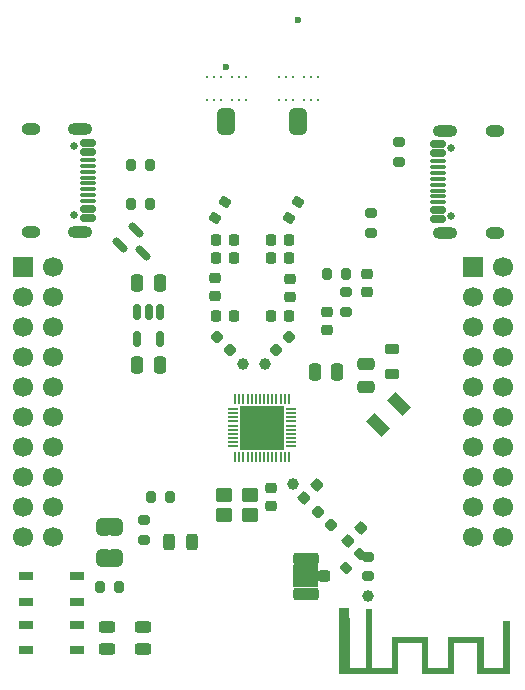
<source format=gts>
%TF.GenerationSoftware,KiCad,Pcbnew,9.0.7*%
%TF.CreationDate,2026-02-02T18:05:57+06:00*%
%TF.ProjectId,ch585_dev,63683538-355f-4646-9576-2e6b69636164,rev?*%
%TF.SameCoordinates,Original*%
%TF.FileFunction,Soldermask,Top*%
%TF.FilePolarity,Negative*%
%FSLAX46Y46*%
G04 Gerber Fmt 4.6, Leading zero omitted, Abs format (unit mm)*
G04 Created by KiCad (PCBNEW 9.0.7) date 2026-02-02 18:05:57*
%MOMM*%
%LPD*%
G01*
G04 APERTURE LIST*
G04 Aperture macros list*
%AMRoundRect*
0 Rectangle with rounded corners*
0 $1 Rounding radius*
0 $2 $3 $4 $5 $6 $7 $8 $9 X,Y pos of 4 corners*
0 Add a 4 corners polygon primitive as box body*
4,1,4,$2,$3,$4,$5,$6,$7,$8,$9,$2,$3,0*
0 Add four circle primitives for the rounded corners*
1,1,$1+$1,$2,$3*
1,1,$1+$1,$4,$5*
1,1,$1+$1,$6,$7*
1,1,$1+$1,$8,$9*
0 Add four rect primitives between the rounded corners*
20,1,$1+$1,$2,$3,$4,$5,0*
20,1,$1+$1,$4,$5,$6,$7,0*
20,1,$1+$1,$6,$7,$8,$9,0*
20,1,$1+$1,$8,$9,$2,$3,0*%
%AMRotRect*
0 Rectangle, with rotation*
0 The origin of the aperture is its center*
0 $1 length*
0 $2 width*
0 $3 Rotation angle, in degrees counterclockwise*
0 Add horizontal line*
21,1,$1,$2,0,0,$3*%
%AMFreePoly0*
4,1,23,0.500000,-0.750000,0.000000,-0.750000,0.000000,-0.745722,-0.065263,-0.745722,-0.191342,-0.711940,-0.304381,-0.646677,-0.396677,-0.554381,-0.461940,-0.441342,-0.495722,-0.315263,-0.495722,-0.250000,-0.500000,-0.250000,-0.500000,0.250000,-0.495722,0.250000,-0.495722,0.315263,-0.461940,0.441342,-0.396677,0.554381,-0.304381,0.646677,-0.191342,0.711940,-0.065263,0.745722,0.000000,0.745722,
0.000000,0.750000,0.500000,0.750000,0.500000,-0.750000,0.500000,-0.750000,$1*%
%AMFreePoly1*
4,1,23,0.000000,0.745722,0.065263,0.745722,0.191342,0.711940,0.304381,0.646677,0.396677,0.554381,0.461940,0.441342,0.495722,0.315263,0.495722,0.250000,0.500000,0.250000,0.500000,-0.250000,0.495722,-0.250000,0.495722,-0.315263,0.461940,-0.441342,0.396677,-0.554381,0.304381,-0.646677,0.191342,-0.711940,0.065263,-0.745722,0.000000,-0.745722,0.000000,-0.750000,-0.500000,-0.750000,
-0.500000,0.750000,0.000000,0.750000,0.000000,0.745722,0.000000,0.745722,$1*%
G04 Aperture macros list end*
%ADD10C,0.100000*%
%ADD11RoundRect,0.225000X-0.250000X0.225000X-0.250000X-0.225000X0.250000X-0.225000X0.250000X0.225000X0*%
%ADD12FreePoly0,0.000000*%
%ADD13FreePoly1,0.000000*%
%ADD14RoundRect,0.200000X0.275000X-0.200000X0.275000X0.200000X-0.275000X0.200000X-0.275000X-0.200000X0*%
%ADD15RoundRect,0.200000X-0.275000X0.200000X-0.275000X-0.200000X0.275000X-0.200000X0.275000X0.200000X0*%
%ADD16RoundRect,0.200000X0.138157X-0.310705X0.338157X0.035705X-0.138157X0.310705X-0.338157X-0.035705X0*%
%ADD17RoundRect,0.225000X0.225000X0.250000X-0.225000X0.250000X-0.225000X-0.250000X0.225000X-0.250000X0*%
%ADD18R,1.200000X0.650000*%
%ADD19RoundRect,0.200000X0.200000X0.275000X-0.200000X0.275000X-0.200000X-0.275000X0.200000X-0.275000X0*%
%ADD20C,0.300000*%
%ADD21RoundRect,0.200000X-0.200000X-0.275000X0.200000X-0.275000X0.200000X0.275000X-0.200000X0.275000X0*%
%ADD22R,1.700000X1.700000*%
%ADD23C,1.700000*%
%ADD24C,1.000000*%
%ADD25RoundRect,0.250000X0.250000X0.475000X-0.250000X0.475000X-0.250000X-0.475000X0.250000X-0.475000X0*%
%ADD26RoundRect,0.225000X0.250000X-0.225000X0.250000X0.225000X-0.250000X0.225000X-0.250000X-0.225000X0*%
%ADD27RoundRect,0.150000X-0.521491X0.309359X0.309359X-0.521491X0.521491X-0.309359X-0.309359X0.521491X0*%
%ADD28C,0.600000*%
%ADD29RoundRect,0.243750X0.243750X0.456250X-0.243750X0.456250X-0.243750X-0.456250X0.243750X-0.456250X0*%
%ADD30RoundRect,0.225000X0.017678X-0.335876X0.335876X-0.017678X-0.017678X0.335876X-0.335876X0.017678X0*%
%ADD31RoundRect,0.250000X-0.475000X0.250000X-0.475000X-0.250000X0.475000X-0.250000X0.475000X0.250000X0*%
%ADD32RoundRect,0.250000X0.275000X0.250000X-0.275000X0.250000X-0.275000X-0.250000X0.275000X-0.250000X0*%
%ADD33RoundRect,0.250000X0.850000X0.275000X-0.850000X0.275000X-0.850000X-0.275000X0.850000X-0.275000X0*%
%ADD34RoundRect,0.150000X-0.150000X0.512500X-0.150000X-0.512500X0.150000X-0.512500X0.150000X0.512500X0*%
%ADD35RoundRect,0.250000X0.450000X0.350000X-0.450000X0.350000X-0.450000X-0.350000X0.450000X-0.350000X0*%
%ADD36C,0.650000*%
%ADD37RoundRect,0.150000X-0.500000X0.150000X-0.500000X-0.150000X0.500000X-0.150000X0.500000X0.150000X0*%
%ADD38RoundRect,0.075000X-0.575000X0.075000X-0.575000X-0.075000X0.575000X-0.075000X0.575000X0.075000X0*%
%ADD39O,2.100000X1.000000*%
%ADD40O,1.600000X1.000000*%
%ADD41RoundRect,0.218750X0.026517X-0.335876X0.335876X-0.026517X-0.026517X0.335876X-0.335876X0.026517X0*%
%ADD42RotRect,1.000000X1.800000X225.000000*%
%ADD43FreePoly0,180.000000*%
%ADD44FreePoly1,180.000000*%
%ADD45RoundRect,0.243750X0.456250X-0.243750X0.456250X0.243750X-0.456250X0.243750X-0.456250X-0.243750X0*%
%ADD46RoundRect,0.050000X-0.050000X0.350000X-0.050000X-0.350000X0.050000X-0.350000X0.050000X0.350000X0*%
%ADD47RoundRect,0.050000X-0.350000X0.050000X-0.350000X-0.050000X0.350000X-0.050000X0.350000X0.050000X0*%
%ADD48R,3.700000X3.700000*%
%ADD49RoundRect,0.250000X-0.250000X-0.475000X0.250000X-0.475000X0.250000X0.475000X-0.250000X0.475000X0*%
%ADD50RoundRect,0.218750X0.381250X-0.218750X0.381250X0.218750X-0.381250X0.218750X-0.381250X-0.218750X0*%
%ADD51R,0.500000X0.500000*%
%ADD52R,0.899998X0.830000*%
%ADD53RoundRect,0.218750X-0.335876X-0.026517X-0.026517X-0.335876X0.335876X0.026517X0.026517X0.335876X0*%
%ADD54FreePoly0,90.000000*%
%ADD55FreePoly1,90.000000*%
%ADD56RoundRect,0.150000X0.500000X-0.150000X0.500000X0.150000X-0.500000X0.150000X-0.500000X-0.150000X0*%
%ADD57RoundRect,0.075000X0.575000X-0.075000X0.575000X0.075000X-0.575000X0.075000X-0.575000X-0.075000X0*%
%ADD58RoundRect,0.218750X0.335876X0.026517X0.026517X0.335876X-0.335876X-0.026517X-0.026517X-0.335876X0*%
%ADD59RoundRect,0.200000X-0.053033X0.335876X-0.335876X0.053033X0.053033X-0.335876X0.335876X-0.053033X0*%
%ADD60C,0.800000*%
G04 APERTURE END LIST*
%TO.C,JP2*%
G36*
X57950000Y-107850000D02*
G01*
X58250000Y-107850000D01*
X58250000Y-109350000D01*
X57950000Y-109350000D01*
X57950000Y-107850000D01*
G37*
%TO.C,J2*%
G36*
X75715000Y-111040000D02*
G01*
X73625000Y-111040000D01*
X73625000Y-109160000D01*
X75715000Y-109160000D01*
X75715000Y-111040000D01*
G37*
%TO.C,JP1*%
G36*
X58250000Y-106650000D02*
G01*
X57950000Y-106650000D01*
X57950000Y-105150000D01*
X58250000Y-105150000D01*
X58250000Y-106650000D01*
G37*
D10*
%TO.C,AE1*%
X80260000Y-117865000D02*
X82040000Y-117865000D01*
X82040000Y-115215000D01*
X84980000Y-115215000D01*
X84980000Y-117865000D01*
X86740000Y-117865000D01*
X86740000Y-115215007D01*
X89680000Y-115215256D01*
X89680000Y-115385000D01*
X89680000Y-117865000D01*
X91440000Y-117865000D01*
X91440000Y-113905000D01*
X91870000Y-113905000D01*
X91870000Y-118295000D01*
X89230000Y-118295000D01*
X89230000Y-118235000D01*
X89230000Y-115645000D01*
X87170000Y-115645000D01*
X87170000Y-118295000D01*
X84530000Y-118295000D01*
X84530000Y-115645000D01*
X82470000Y-115645000D01*
X82470000Y-118295000D01*
X77540000Y-118295000D01*
X77540000Y-113725000D01*
X77540106Y-113625566D01*
X78360000Y-113625000D01*
X78360000Y-117865000D01*
X79840000Y-117865000D01*
X79840000Y-113425000D01*
X80260000Y-113425000D01*
X80260000Y-117865000D01*
G36*
X80260000Y-117865000D02*
G01*
X82040000Y-117865000D01*
X82040000Y-115215000D01*
X84980000Y-115215000D01*
X84980000Y-117865000D01*
X86740000Y-117865000D01*
X86740000Y-115215007D01*
X89680000Y-115215256D01*
X89680000Y-115385000D01*
X89680000Y-117865000D01*
X91440000Y-117865000D01*
X91440000Y-113905000D01*
X91870000Y-113905000D01*
X91870000Y-118295000D01*
X89230000Y-118295000D01*
X89230000Y-118235000D01*
X89230000Y-115645000D01*
X87170000Y-115645000D01*
X87170000Y-118295000D01*
X84530000Y-118295000D01*
X84530000Y-115645000D01*
X82470000Y-115645000D01*
X82470000Y-118295000D01*
X77540000Y-118295000D01*
X77540000Y-113725000D01*
X77540106Y-113625566D01*
X78360000Y-113625000D01*
X78360000Y-117865000D01*
X79840000Y-117865000D01*
X79840000Y-113425000D01*
X80260000Y-113425000D01*
X80260000Y-117865000D01*
G37*
%TO.C,JP3*%
G36*
X73310000Y-71750000D02*
G01*
X74810000Y-71750000D01*
X74810000Y-71450000D01*
X73310000Y-71450000D01*
X73310000Y-71750000D01*
G37*
%TO.C,JP4*%
G36*
X67210000Y-71750000D02*
G01*
X68710000Y-71750000D01*
X68710000Y-71450000D01*
X67210000Y-71450000D01*
X67210000Y-71750000D01*
G37*
%TD*%
D11*
%TO.C,C14*%
X71800000Y-102625000D03*
X71800000Y-104175000D03*
%TD*%
D12*
%TO.C,JP2*%
X57450000Y-108600000D03*
D13*
X58750000Y-108600000D03*
%TD*%
D14*
%TO.C,R14*%
X82630000Y-75025000D03*
X82630000Y-73375000D03*
%TD*%
D15*
%TO.C,R8*%
X61000000Y-105375000D03*
X61000000Y-107025000D03*
%TD*%
D16*
%TO.C,R6*%
X67047500Y-79814470D03*
X67872500Y-78385530D03*
%TD*%
D17*
%TO.C,C3*%
X73325000Y-88100000D03*
X71775000Y-88100000D03*
%TD*%
D18*
%TO.C,SW1*%
X51050000Y-110125000D03*
X55350000Y-110125000D03*
X51050000Y-112275000D03*
X55350000Y-112275000D03*
%TD*%
D19*
%TO.C,R9*%
X58925000Y-111000000D03*
X57275000Y-111000000D03*
%TD*%
D20*
%TO.C,B2*%
X72420000Y-69790000D03*
X73020000Y-69790000D03*
X73620000Y-69790000D03*
X74560000Y-69790000D03*
X75160000Y-69790000D03*
X75760000Y-69790000D03*
X72420000Y-67810000D03*
X73020000Y-67810000D03*
X73620000Y-67810000D03*
X74560000Y-67810000D03*
X75160000Y-67810000D03*
X75760000Y-67810000D03*
%TD*%
D17*
%TO.C,C9*%
X73325000Y-83200000D03*
X71775000Y-83200000D03*
%TD*%
D21*
%TO.C,R7*%
X61575000Y-103400000D03*
X63225000Y-103400000D03*
%TD*%
D15*
%TO.C,R10*%
X80000000Y-108475000D03*
X80000000Y-110125000D03*
%TD*%
D22*
%TO.C,J5*%
X50725000Y-83940000D03*
D23*
X53265000Y-83940000D03*
X50725000Y-86480000D03*
X53265000Y-86480000D03*
X50725000Y-89020000D03*
X53265000Y-89020000D03*
X50725000Y-91560000D03*
X53265000Y-91560000D03*
X50725000Y-94100000D03*
X53265000Y-94100000D03*
X50725000Y-96640000D03*
X53265000Y-96640000D03*
X50725000Y-99180000D03*
X53265000Y-99180000D03*
X50725000Y-101720000D03*
X53265000Y-101720000D03*
X50725000Y-104260000D03*
X53265000Y-104260000D03*
X50725000Y-106800000D03*
X53265000Y-106800000D03*
%TD*%
D17*
%TO.C,C10*%
X68625000Y-83200000D03*
X67075000Y-83200000D03*
%TD*%
D24*
%TO.C,TP2*%
X69350000Y-92100000D03*
%TD*%
D25*
%TO.C,C2*%
X62343449Y-92193449D03*
X60443449Y-92193449D03*
%TD*%
D17*
%TO.C,C11*%
X73325000Y-81600000D03*
X71775000Y-81600000D03*
%TD*%
D26*
%TO.C,C7*%
X79900000Y-86075000D03*
X79900000Y-84525000D03*
%TD*%
D27*
%TO.C,D1*%
X60302288Y-80758785D03*
X58958785Y-82102288D03*
X60956362Y-82756362D03*
%TD*%
D28*
%TO.C,AE2*%
X74030000Y-63000000D03*
X67960000Y-67000000D03*
%TD*%
D29*
%TO.C,D2*%
X65037500Y-107200000D03*
X63162500Y-107200000D03*
%TD*%
D30*
%TO.C,C17*%
X78251992Y-107148008D03*
X79348008Y-106051992D03*
%TD*%
D21*
%TO.C,R1*%
X59875000Y-78600000D03*
X61525000Y-78600000D03*
%TD*%
D31*
%TO.C,C15*%
X79800000Y-92150000D03*
X79800000Y-94050000D03*
%TD*%
D18*
%TO.C,SW2*%
X55350000Y-116375000D03*
X51050000Y-116375000D03*
X55350000Y-114225000D03*
X51050000Y-114225000D03*
%TD*%
D32*
%TO.C,J2*%
X76250000Y-110100000D03*
D33*
X74725000Y-111575000D03*
X74725000Y-108625000D03*
%TD*%
D22*
%TO.C,J6*%
X88825000Y-83940000D03*
D23*
X91365000Y-83940000D03*
X88825000Y-86480000D03*
X91365000Y-86480000D03*
X88825000Y-89020000D03*
X91365000Y-89020000D03*
X88825000Y-91560000D03*
X91365000Y-91560000D03*
X88825000Y-94100000D03*
X91365000Y-94100000D03*
X88825000Y-96640000D03*
X91365000Y-96640000D03*
X88825000Y-99180000D03*
X91365000Y-99180000D03*
X88825000Y-101720000D03*
X91365000Y-101720000D03*
X88825000Y-104260000D03*
X91365000Y-104260000D03*
X88825000Y-106800000D03*
X91365000Y-106800000D03*
%TD*%
D20*
%TO.C,B1*%
X66320000Y-69790000D03*
X66920000Y-69790000D03*
X67520000Y-69790000D03*
X68460000Y-69790000D03*
X69060000Y-69790000D03*
X69660000Y-69790000D03*
X66320000Y-67810000D03*
X66920000Y-67810000D03*
X67520000Y-67810000D03*
X68460000Y-67810000D03*
X69060000Y-67810000D03*
X69660000Y-67810000D03*
%TD*%
D25*
%TO.C,C1*%
X62343449Y-85293449D03*
X60443449Y-85293449D03*
%TD*%
D34*
%TO.C,U2*%
X62343449Y-87755949D03*
X61393449Y-87755949D03*
X60443449Y-87755949D03*
X60443449Y-90030949D03*
X62343449Y-90030949D03*
%TD*%
D24*
%TO.C,TP3*%
X73600000Y-102300000D03*
%TD*%
D11*
%TO.C,C8*%
X76500000Y-87725000D03*
X76500000Y-89275000D03*
%TD*%
D15*
%TO.C,R15*%
X80230000Y-79375000D03*
X80230000Y-81025000D03*
%TD*%
D35*
%TO.C,Y2*%
X70000000Y-103200000D03*
X67800000Y-103200000D03*
X67800000Y-104900000D03*
X70000000Y-104900000D03*
%TD*%
D36*
%TO.C,J1*%
X55105000Y-73710000D03*
X55105000Y-79490000D03*
D37*
X56245000Y-73400000D03*
X56245000Y-74200000D03*
D38*
X56245000Y-75350000D03*
X56245000Y-76350000D03*
X56245000Y-76850000D03*
X56245000Y-77850000D03*
D37*
X56245000Y-79000000D03*
X56245000Y-79800000D03*
X56245000Y-79800000D03*
X56245000Y-79000000D03*
D38*
X56245000Y-78350000D03*
X56245000Y-77350000D03*
X56245000Y-75850000D03*
X56245000Y-74850000D03*
D37*
X56245000Y-74200000D03*
X56245000Y-73400000D03*
D39*
X55605000Y-72280000D03*
D40*
X51425000Y-72280000D03*
D39*
X55605000Y-80920000D03*
D40*
X51425000Y-80920000D03*
%TD*%
D19*
%TO.C,R3*%
X78125000Y-84500000D03*
X76475000Y-84500000D03*
%TD*%
D30*
%TO.C,C16*%
X74551992Y-103448008D03*
X75648008Y-102351992D03*
%TD*%
D41*
%TO.C,L1*%
X72193153Y-90956847D03*
X73306847Y-89843153D03*
%TD*%
D42*
%TO.C,Y1*%
X80816117Y-97283883D03*
X82583883Y-95516117D03*
%TD*%
D43*
%TO.C,JP1*%
X58750000Y-105900000D03*
D44*
X57450000Y-105900000D03*
%TD*%
D45*
%TO.C,D4*%
X57900000Y-116237500D03*
X57900000Y-114362500D03*
%TD*%
D24*
%TO.C,TP4*%
X80000000Y-111800000D03*
%TD*%
D46*
%TO.C,U1*%
X73275000Y-95075000D03*
X72925000Y-95075000D03*
X72575000Y-95075000D03*
X72225000Y-95075000D03*
X71875000Y-95075000D03*
X71525000Y-95075000D03*
X71175000Y-95075000D03*
X70825000Y-95075000D03*
X70475000Y-95075000D03*
X70125000Y-95075000D03*
X69775000Y-95075000D03*
X69425000Y-95075000D03*
X69075000Y-95075000D03*
X68725000Y-95075000D03*
D47*
X68550000Y-95950000D03*
X68550000Y-96300000D03*
X68550000Y-96650000D03*
X68550000Y-97000000D03*
X68550000Y-97350000D03*
X68550000Y-97700000D03*
X68550000Y-98050000D03*
X68550000Y-98400000D03*
X68550000Y-98750000D03*
X68550000Y-99100000D03*
D46*
X68725000Y-99975000D03*
X69075000Y-99975000D03*
X69425000Y-99975000D03*
X69775000Y-99975000D03*
X70125000Y-99975000D03*
X70475000Y-99975000D03*
X70825000Y-99975000D03*
X71175000Y-99975000D03*
X71525000Y-99975000D03*
X71875000Y-99975000D03*
X72225000Y-99975000D03*
X72575000Y-99975000D03*
X72925000Y-99975000D03*
X73275000Y-99975000D03*
D47*
X73450000Y-99100000D03*
X73450000Y-98750000D03*
X73450000Y-98400000D03*
X73450000Y-98050000D03*
X73450000Y-97700000D03*
X73450000Y-97350000D03*
X73450000Y-97000000D03*
X73450000Y-96650000D03*
X73450000Y-96300000D03*
X73450000Y-95950000D03*
D48*
X71000000Y-97525000D03*
%TD*%
D21*
%TO.C,R2*%
X59875000Y-75300000D03*
X61525000Y-75300000D03*
%TD*%
D26*
%TO.C,C6*%
X67050000Y-86375000D03*
X67050000Y-84825000D03*
%TD*%
D49*
%TO.C,C13*%
X75450000Y-92800000D03*
X77350000Y-92800000D03*
%TD*%
D50*
%TO.C,L3*%
X82000000Y-92962500D03*
X82000000Y-90837500D03*
%TD*%
D15*
%TO.C,R4*%
X78100000Y-86075000D03*
X78100000Y-87725000D03*
%TD*%
D51*
%TO.C,AE1*%
X80050000Y-113175000D03*
D52*
X77950001Y-113190000D03*
%TD*%
D45*
%TO.C,D3*%
X60900000Y-116237500D03*
X60900000Y-114362500D03*
%TD*%
D53*
%TO.C,L4*%
X75743153Y-104643153D03*
X76856847Y-105756847D03*
%TD*%
D54*
%TO.C,JP3*%
X74060000Y-72250000D03*
D55*
X74060000Y-70950000D03*
%TD*%
D17*
%TO.C,C12*%
X68625000Y-81600000D03*
X67075000Y-81600000D03*
%TD*%
D36*
%TO.C,J3*%
X87025000Y-79590000D03*
X87025000Y-73810000D03*
D56*
X85885000Y-79900000D03*
X85885000Y-79100000D03*
D57*
X85885000Y-77950000D03*
X85885000Y-76950000D03*
X85885000Y-76450000D03*
X85885000Y-75450000D03*
D56*
X85885000Y-74300000D03*
X85885000Y-73500000D03*
X85885000Y-73500000D03*
X85885000Y-74300000D03*
D57*
X85885000Y-74950000D03*
X85885000Y-75950000D03*
X85885000Y-77450000D03*
X85885000Y-78450000D03*
D56*
X85885000Y-79100000D03*
X85885000Y-79900000D03*
D39*
X86525000Y-81020000D03*
D40*
X90705000Y-81020000D03*
D39*
X86525000Y-72380000D03*
D40*
X90705000Y-72380000D03*
%TD*%
D16*
%TO.C,R5*%
X73247500Y-79814471D03*
X74072500Y-78385529D03*
%TD*%
D26*
%TO.C,C5*%
X73350000Y-86475000D03*
X73350000Y-84925000D03*
%TD*%
D54*
%TO.C,JP4*%
X67960000Y-72250000D03*
D55*
X67960000Y-70950000D03*
%TD*%
D58*
%TO.C,L2*%
X68306847Y-90956847D03*
X67193153Y-89843153D03*
%TD*%
D59*
%TO.C,R11*%
X79313363Y-108216637D03*
X78146637Y-109383363D03*
%TD*%
D24*
%TO.C,TP1*%
X71250000Y-92100000D03*
%TD*%
D17*
%TO.C,C4*%
X68625000Y-88100000D03*
X67075000Y-88100000D03*
%TD*%
D60*
X79430132Y-108326148D02*
G75*
G03*
X79789492Y-108475009I359368J359348D01*
G01*
M02*

</source>
